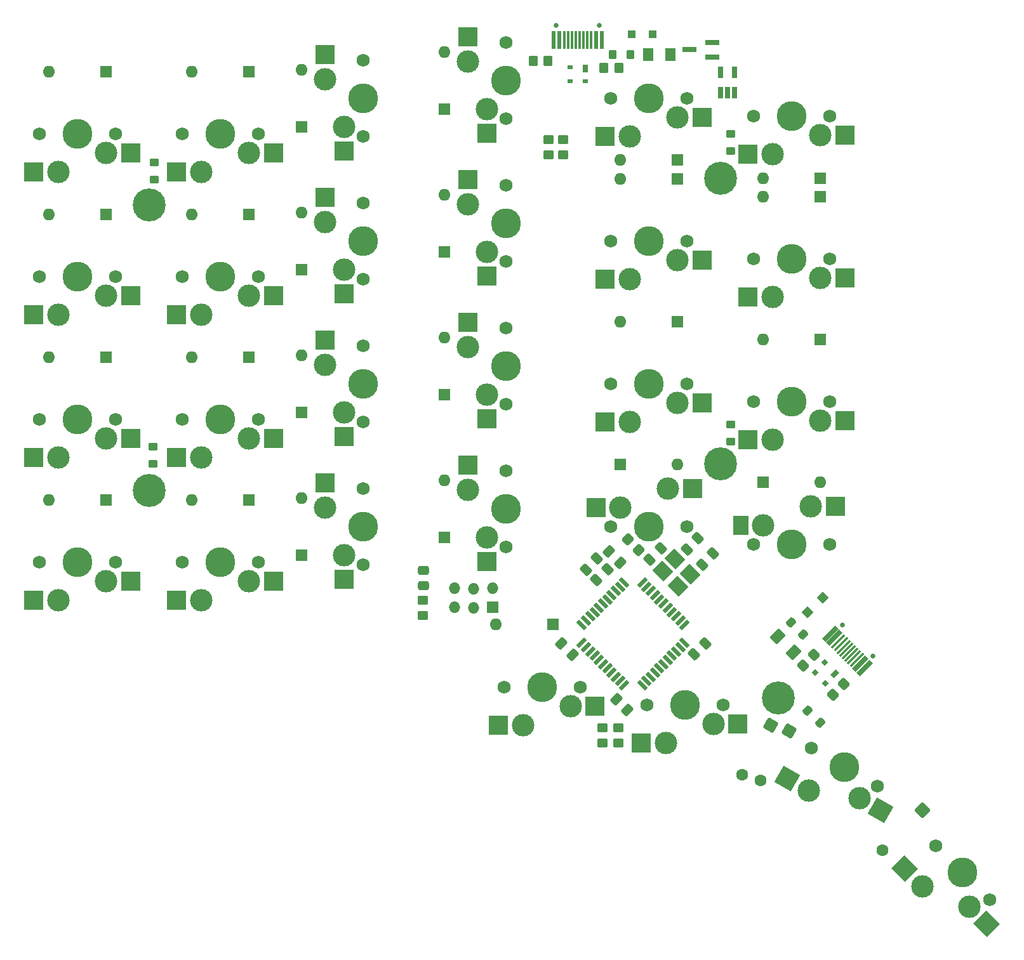
<source format=gbr>
%TF.GenerationSoftware,KiCad,Pcbnew,(6.0.7)*%
%TF.CreationDate,2022-09-06T15:04:57+03:00*%
%TF.ProjectId,retina-left,72657469-6e61-42d6-9c65-66742e6b6963,1.0*%
%TF.SameCoordinates,Original*%
%TF.FileFunction,Soldermask,Bot*%
%TF.FilePolarity,Negative*%
%FSLAX46Y46*%
G04 Gerber Fmt 4.6, Leading zero omitted, Abs format (unit mm)*
G04 Created by KiCad (PCBNEW (6.0.7)) date 2022-09-06 15:04:57*
%MOMM*%
%LPD*%
G01*
G04 APERTURE LIST*
G04 Aperture macros list*
%AMRoundRect*
0 Rectangle with rounded corners*
0 $1 Rounding radius*
0 $2 $3 $4 $5 $6 $7 $8 $9 X,Y pos of 4 corners*
0 Add a 4 corners polygon primitive as box body*
4,1,4,$2,$3,$4,$5,$6,$7,$8,$9,$2,$3,0*
0 Add four circle primitives for the rounded corners*
1,1,$1+$1,$2,$3*
1,1,$1+$1,$4,$5*
1,1,$1+$1,$6,$7*
1,1,$1+$1,$8,$9*
0 Add four rect primitives between the rounded corners*
20,1,$1+$1,$2,$3,$4,$5,0*
20,1,$1+$1,$4,$5,$6,$7,0*
20,1,$1+$1,$6,$7,$8,$9,0*
20,1,$1+$1,$8,$9,$2,$3,0*%
%AMHorizOval*
0 Thick line with rounded ends*
0 $1 width*
0 $2 $3 position (X,Y) of the first rounded end (center of the circle)*
0 $4 $5 position (X,Y) of the second rounded end (center of the circle)*
0 Add line between two ends*
20,1,$1,$2,$3,$4,$5,0*
0 Add two circle primitives to create the rounded ends*
1,1,$1,$2,$3*
1,1,$1,$4,$5*%
%AMRotRect*
0 Rectangle, with rotation*
0 The origin of the aperture is its center*
0 $1 length*
0 $2 width*
0 $3 Rotation angle, in degrees counterclockwise*
0 Add horizontal line*
21,1,$1,$2,0,0,$3*%
G04 Aperture macros list end*
%ADD10C,3.000000*%
%ADD11C,1.750000*%
%ADD12C,3.987800*%
%ADD13RotRect,2.550000X2.500000X150.000000*%
%ADD14R,2.550000X2.500000*%
%ADD15R,2.500000X2.550000*%
%ADD16RotRect,2.550000X2.500000X135.000000*%
%ADD17R,2.050000X2.500000*%
%ADD18R,1.524000X1.524000*%
%ADD19O,1.524000X1.524000*%
%ADD20RoundRect,0.250000X0.350000X0.450000X-0.350000X0.450000X-0.350000X-0.450000X0.350000X-0.450000X0*%
%ADD21RoundRect,0.250000X-0.441942X-0.053033X-0.053033X-0.441942X0.441942X0.053033X0.053033X0.441942X0*%
%ADD22RoundRect,0.250000X-0.097227X0.574524X-0.574524X0.097227X0.097227X-0.574524X0.574524X-0.097227X0*%
%ADD23C,0.700000*%
%ADD24C,4.400000*%
%ADD25RoundRect,0.240000X0.560000X-0.560000X0.560000X0.560000X-0.560000X0.560000X-0.560000X-0.560000X0*%
%ADD26O,1.600000X1.600000*%
%ADD27R,0.700000X1.000000*%
%ADD28R,0.700000X0.600000*%
%ADD29RoundRect,0.240000X0.560000X0.560000X-0.560000X0.560000X-0.560000X-0.560000X0.560000X-0.560000X0*%
%ADD30RoundRect,0.250000X0.565685X0.070711X0.070711X0.565685X-0.565685X-0.070711X-0.070711X-0.565685X0*%
%ADD31R,0.650000X1.560000*%
%ADD32RoundRect,0.250001X-0.462499X-0.624999X0.462499X-0.624999X0.462499X0.624999X-0.462499X0.624999X0*%
%ADD33RoundRect,0.250000X-0.350000X0.275000X-0.350000X-0.275000X0.350000X-0.275000X0.350000X0.275000X0*%
%ADD34RoundRect,0.240000X-0.204974X0.764974X-0.764974X-0.204974X0.204974X-0.764974X0.764974X0.204974X0*%
%ADD35HorizOval,1.600000X0.000000X0.000000X0.000000X0.000000X0*%
%ADD36RoundRect,0.250000X0.450000X-0.350000X0.450000X0.350000X-0.450000X0.350000X-0.450000X-0.350000X0*%
%ADD37RoundRect,0.250000X-0.450000X0.350000X-0.450000X-0.350000X0.450000X-0.350000X0.450000X0.350000X0*%
%ADD38RotRect,1.500000X0.550000X315.000000*%
%ADD39RotRect,1.500000X0.550000X225.000000*%
%ADD40C,0.650000*%
%ADD41RotRect,0.600000X2.450000X315.000000*%
%ADD42RotRect,0.300000X2.450000X315.000000*%
%ADD43RoundRect,0.250000X0.574524X0.097227X0.097227X0.574524X-0.574524X-0.097227X-0.097227X-0.574524X0*%
%ADD44RoundRect,0.250000X-0.574524X-0.097227X-0.097227X-0.574524X0.574524X0.097227X0.097227X0.574524X0*%
%ADD45RoundRect,0.250000X0.070711X-0.565685X0.565685X-0.070711X-0.070711X0.565685X-0.565685X0.070711X0*%
%ADD46RoundRect,0.240000X-0.560000X-0.560000X0.560000X-0.560000X0.560000X0.560000X-0.560000X0.560000X0*%
%ADD47R,1.900000X0.800000*%
%ADD48RoundRect,0.250000X-0.350000X-0.450000X0.350000X-0.450000X0.350000X0.450000X-0.350000X0.450000X0*%
%ADD49RoundRect,0.250000X0.097227X-0.574524X0.574524X-0.097227X-0.097227X0.574524X-0.574524X0.097227X0*%
%ADD50RoundRect,0.250000X-0.070711X0.565685X-0.565685X0.070711X0.070711X-0.565685X0.565685X-0.070711X0*%
%ADD51RoundRect,0.250000X-0.475000X0.337500X-0.475000X-0.337500X0.475000X-0.337500X0.475000X0.337500X0*%
%ADD52RoundRect,0.250001X-0.768977X-0.114905X-0.114905X-0.768977X0.768977X0.114905X0.114905X0.768977X0*%
%ADD53RoundRect,0.250000X0.275000X0.350000X-0.275000X0.350000X-0.275000X-0.350000X0.275000X-0.350000X0*%
%ADD54RoundRect,0.250000X0.441942X0.053033X0.053033X0.441942X-0.441942X-0.053033X-0.053033X-0.441942X0*%
%ADD55RotRect,1.100000X1.100000X225.000000*%
%ADD56RotRect,0.700000X1.000000X135.000000*%
%ADD57RotRect,0.700000X0.600000X135.000000*%
%ADD58R,0.600000X2.450000*%
%ADD59R,0.300000X2.450000*%
%ADD60R,1.100000X1.100000*%
%ADD61RotRect,2.100000X1.800000X135.000000*%
%ADD62RoundRect,0.240000X0.000000X0.791960X-0.791960X0.000000X0.000000X-0.791960X0.791960X0.000000X0*%
%ADD63HorizOval,1.600000X0.000000X0.000000X0.000000X0.000000X0*%
G04 APERTURE END LIST*
D10*
%TO.C,MX23*%
X206076640Y-161929656D03*
D11*
X215215754Y-161340247D03*
X206416936Y-156260247D03*
D12*
X210816345Y-158800247D03*
D10*
X212845902Y-162904952D03*
D13*
X215682135Y-164542452D03*
X203217025Y-160278656D03*
%TD*%
D10*
%TO.C,MX26*%
X201295279Y-115093699D03*
D11*
X208915279Y-110013699D03*
X198755279Y-110013699D03*
D12*
X203835279Y-110013699D03*
D10*
X207645279Y-112553699D03*
D14*
X210920279Y-112553699D03*
X197993279Y-115093699D03*
%TD*%
D11*
%TO.C,MX9*%
X146685000Y-64452500D03*
D10*
X141605000Y-66992500D03*
D12*
X146685000Y-69532500D03*
D10*
X144145000Y-73342500D03*
D11*
X146685000Y-74612500D03*
D15*
X144145000Y-76617500D03*
X141605000Y-63690500D03*
%TD*%
D10*
%TO.C,MX12*%
X144145000Y-130492500D03*
D11*
X146685000Y-121602500D03*
X146685000Y-131762500D03*
D12*
X146685000Y-126682500D03*
D10*
X141605000Y-124142500D03*
D15*
X144145000Y-133767500D03*
X141605000Y-120840500D03*
%TD*%
D12*
%TO.C,MX17*%
X165735330Y-124301199D03*
D11*
X165735330Y-119221199D03*
X165735330Y-129381199D03*
D10*
X160655330Y-121761199D03*
X163195330Y-128111199D03*
D15*
X163195330Y-131386199D03*
X160655330Y-118459199D03*
%TD*%
D11*
%TO.C,MX2*%
X113665000Y-93345000D03*
D10*
X112395000Y-95885000D03*
D12*
X108585000Y-93345000D03*
D10*
X106045000Y-98425000D03*
D11*
X103505000Y-93345000D03*
D14*
X115670000Y-95885000D03*
X102743000Y-98425000D03*
%TD*%
D12*
%TO.C,MX28*%
X226582545Y-172889563D03*
D11*
X230174647Y-176481665D03*
D10*
X227480571Y-177379691D03*
D11*
X222990443Y-169297461D03*
D10*
X221194391Y-174685614D03*
D16*
X229796345Y-179695466D03*
X218859525Y-172350748D03*
%TD*%
D10*
%TO.C,MX22*%
X180975000Y-124142500D03*
D11*
X189865000Y-126682500D03*
D10*
X187325000Y-121602500D03*
D11*
X179705000Y-126682500D03*
D12*
X184785000Y-126682500D03*
D14*
X177700000Y-124142500D03*
X190627000Y-121602500D03*
%TD*%
D11*
%TO.C,MX18*%
X184465298Y-150494930D03*
D10*
X187005298Y-155574930D03*
D11*
X194625298Y-150494930D03*
D10*
X193355298Y-153034930D03*
D12*
X189545298Y-150494930D03*
D14*
X196630298Y-153034930D03*
X183703298Y-155574930D03*
%TD*%
D11*
%TO.C,MX11*%
X146685000Y-102552500D03*
D10*
X144145000Y-111442500D03*
X141605000Y-105092500D03*
D12*
X146685000Y-107632500D03*
D11*
X146685000Y-112712500D03*
D15*
X144145000Y-114717500D03*
X141605000Y-101790500D03*
%TD*%
D12*
%TO.C,MX10*%
X146685000Y-88582500D03*
D11*
X146685000Y-93662500D03*
X146685000Y-83502500D03*
D10*
X144145000Y-92392500D03*
X141605000Y-86042500D03*
D15*
X144145000Y-95667500D03*
X141605000Y-82740500D03*
%TD*%
D11*
%TO.C,MX3*%
X103505000Y-112395000D03*
D12*
X108585000Y-112395000D03*
D11*
X113665000Y-112395000D03*
D10*
X106045000Y-117475000D03*
X112395000Y-114935000D03*
D14*
X115670000Y-114935000D03*
X102743000Y-117475000D03*
%TD*%
D11*
%TO.C,MX4*%
X113665000Y-131445000D03*
D10*
X112395000Y-133985000D03*
D12*
X108585000Y-131445000D03*
D11*
X103505000Y-131445000D03*
D10*
X106045000Y-136525000D03*
D14*
X115670000Y-133985000D03*
X102743000Y-136525000D03*
%TD*%
D12*
%TO.C,MX16*%
X165735330Y-105251199D03*
D11*
X165735330Y-100171199D03*
D10*
X160655330Y-102711199D03*
X163195330Y-109061199D03*
D11*
X165735330Y-110331199D03*
D15*
X163195330Y-112336199D03*
X160655330Y-99409199D03*
%TD*%
D10*
%TO.C,MX13*%
X167955314Y-153193682D03*
D11*
X175575314Y-148113682D03*
D10*
X174305314Y-150653682D03*
D11*
X165415314Y-148113682D03*
D12*
X170495314Y-148113682D03*
D14*
X177580314Y-150653682D03*
X164653314Y-153193682D03*
%TD*%
D10*
%TO.C,MX7*%
X125095000Y-117475000D03*
D11*
X122555000Y-112395000D03*
D12*
X127635000Y-112395000D03*
D10*
X131445000Y-114935000D03*
D11*
X132715000Y-112395000D03*
D14*
X134720000Y-114935000D03*
X121793000Y-117475000D03*
%TD*%
D12*
%TO.C,MX21*%
X184785000Y-107632500D03*
D10*
X188595000Y-110172500D03*
D11*
X179705000Y-107632500D03*
X189865000Y-107632500D03*
D10*
X182245000Y-112712500D03*
D14*
X191870000Y-110172500D03*
X178943000Y-112712500D03*
%TD*%
D11*
%TO.C,MX24*%
X208915290Y-71913742D03*
D10*
X201295290Y-76993742D03*
X207645290Y-74453742D03*
D12*
X203835290Y-71913742D03*
D11*
X198755290Y-71913742D03*
D14*
X210920290Y-74453742D03*
X197993290Y-76993742D03*
%TD*%
D12*
%TO.C,MX8*%
X127635000Y-131445000D03*
D11*
X122555000Y-131445000D03*
D10*
X131445000Y-133985000D03*
D11*
X132715000Y-131445000D03*
D10*
X125095000Y-136525000D03*
D14*
X134720000Y-133985000D03*
X121793000Y-136525000D03*
%TD*%
D10*
%TO.C,MX19*%
X182245000Y-74612500D03*
D11*
X189865000Y-69532500D03*
D10*
X188595000Y-72072500D03*
D12*
X184785000Y-69532500D03*
D11*
X179705000Y-69532500D03*
D14*
X191870000Y-72072500D03*
X178943000Y-74612500D03*
%TD*%
D11*
%TO.C,MX14*%
X165735330Y-62071250D03*
D10*
X163195330Y-70961250D03*
X160655330Y-64611250D03*
D11*
X165735330Y-72231250D03*
D12*
X165735330Y-67151250D03*
D15*
X163195330Y-74236250D03*
X160655330Y-61309250D03*
%TD*%
D11*
%TO.C,MX6*%
X122555000Y-93345000D03*
D10*
X131445000Y-95885000D03*
X125095000Y-98425000D03*
D11*
X132715000Y-93345000D03*
D12*
X127635000Y-93345000D03*
D14*
X134720000Y-95885000D03*
X121793000Y-98425000D03*
%TD*%
D11*
%TO.C,MX15*%
X165735330Y-91281225D03*
D10*
X163195330Y-90011225D03*
X160655330Y-83661225D03*
D12*
X165735330Y-86201225D03*
D11*
X165735330Y-81121225D03*
D15*
X163195330Y-93286225D03*
X160655330Y-80359225D03*
%TD*%
D11*
%TO.C,MX5*%
X132715000Y-74295000D03*
D10*
X125095000Y-79375000D03*
D11*
X122555000Y-74295000D03*
D10*
X131445000Y-76835000D03*
D12*
X127635000Y-74295000D03*
D14*
X134720000Y-76835000D03*
X121793000Y-79375000D03*
%TD*%
D11*
%TO.C,MX25*%
X198755290Y-90963727D03*
D10*
X201295290Y-96043727D03*
D11*
X208915290Y-90963727D03*
D12*
X203835290Y-90963727D03*
D10*
X207645290Y-93503727D03*
D14*
X210920290Y-93503727D03*
X197993290Y-96043727D03*
%TD*%
D11*
%TO.C,MX1*%
X113665000Y-74295000D03*
D12*
X108585000Y-74295000D03*
D11*
X103505000Y-74295000D03*
D10*
X112395000Y-76835000D03*
X106045000Y-79375000D03*
D14*
X115670000Y-76835000D03*
X102743000Y-79375000D03*
%TD*%
D12*
%TO.C,MX20*%
X184785000Y-88582500D03*
D10*
X182245000Y-93662500D03*
D11*
X189865000Y-88582500D03*
X179705000Y-88582500D03*
D10*
X188595000Y-91122500D03*
D14*
X191870000Y-91122500D03*
X178943000Y-93662500D03*
%TD*%
D12*
%TO.C,MX27*%
X203835279Y-129063699D03*
D10*
X200025279Y-126523699D03*
D11*
X198755279Y-129063699D03*
X208915279Y-129063699D03*
D10*
X206375279Y-123983699D03*
D17*
X197000279Y-126523699D03*
D14*
X209677279Y-123983699D03*
%TD*%
D18*
%TO.C,J1*%
X163931600Y-137433050D03*
D19*
X163931600Y-134893050D03*
X161391600Y-137560050D03*
X161391600Y-135020050D03*
X158851600Y-137433050D03*
X158851600Y-134893050D03*
%TD*%
D20*
%TO.C,R5*%
X171307000Y-64560450D03*
X169307000Y-64560450D03*
%TD*%
D21*
%TO.C,L3*%
X203688577Y-139509127D03*
X205314923Y-141135473D03*
%TD*%
D22*
%TO.C,C4*%
X179213073Y-132349677D03*
X177745827Y-133816923D03*
%TD*%
D23*
%TO.C,H5*%
X200858524Y-148394824D03*
X203191976Y-150728276D03*
X200375250Y-149561550D03*
D24*
X202025250Y-149561550D03*
D23*
X203191976Y-148394824D03*
X202025250Y-151211550D03*
X200858524Y-150728276D03*
X202025250Y-147911550D03*
X203675250Y-149561550D03*
%TD*%
D25*
%TO.C,D16*%
X157460330Y-109061199D03*
D26*
X157460330Y-101441199D03*
%TD*%
D27*
%TO.C,TVS1*%
X176259973Y-65601139D03*
D28*
X176259975Y-67301150D03*
X174259975Y-67301150D03*
X174259977Y-65401139D03*
%TD*%
D29*
%TO.C,D8*%
X131445000Y-123170000D03*
D26*
X123825000Y-123170000D03*
%TD*%
D25*
%TO.C,D17*%
X157460330Y-128111199D03*
D26*
X157460330Y-120491199D03*
%TD*%
D30*
%TO.C,R3*%
X183358507Y-129808957D03*
X181944293Y-128394743D03*
%TD*%
D23*
%TO.C,H3*%
X194309991Y-119998136D03*
X194309991Y-116698136D03*
X195476717Y-117181410D03*
X195476717Y-119514862D03*
X193143265Y-119514862D03*
X193143265Y-117181410D03*
D24*
X194309991Y-118348136D03*
D23*
X195959991Y-118348136D03*
X192659991Y-118348136D03*
%TD*%
D31*
%TO.C,U2*%
X196212500Y-68806050D03*
X195262500Y-68806050D03*
X194312500Y-68806050D03*
X194312500Y-66106050D03*
X196212500Y-66106050D03*
%TD*%
D25*
%TO.C,D14*%
X157460330Y-70961250D03*
D26*
X157460330Y-63341250D03*
%TD*%
D32*
%TO.C,F1*%
X184688150Y-63741300D03*
X187663150Y-63741300D03*
%TD*%
D22*
%TO.C,C1*%
X186318723Y-129606477D03*
X184851477Y-131073723D03*
%TD*%
D29*
%TO.C,D5*%
X131445000Y-66020000D03*
D26*
X123825000Y-66020000D03*
%TD*%
D29*
%TO.C,D26*%
X207645290Y-101738699D03*
D26*
X200025290Y-101738699D03*
%TD*%
D33*
%TO.C,L1*%
X118776750Y-78117050D03*
X118776750Y-80417050D03*
%TD*%
D34*
%TO.C,D23*%
X203454000Y-153977243D03*
D35*
X199644000Y-160576357D03*
%TD*%
D29*
%TO.C,D6*%
X131445000Y-85070000D03*
D26*
X123825000Y-85070000D03*
%TD*%
D22*
%TO.C,C3*%
X191252673Y-128253927D03*
X189785427Y-129721173D03*
%TD*%
D25*
%TO.C,D15*%
X157460330Y-90011225D03*
D26*
X157460330Y-82391225D03*
%TD*%
D29*
%TO.C,D3*%
X112395000Y-104120000D03*
D26*
X104775000Y-104120000D03*
%TD*%
D33*
%TO.C,L5*%
X118586250Y-116045600D03*
X118586250Y-118345600D03*
%TD*%
D36*
%TO.C,R10*%
X154628850Y-138560050D03*
X154628850Y-136560050D03*
%TD*%
D23*
%TO.C,H1*%
X119276717Y-82653283D03*
X116943265Y-82653283D03*
D24*
X118109991Y-83820009D03*
D23*
X116459991Y-83820009D03*
X119759991Y-83820009D03*
X116943265Y-84986735D03*
X118109991Y-85470009D03*
X118109991Y-82170009D03*
X119276717Y-84986735D03*
%TD*%
D37*
%TO.C,R1*%
X180705800Y-153571700D03*
X180705800Y-155571700D03*
%TD*%
D25*
%TO.C,D9*%
X138410000Y-73342500D03*
D26*
X138410000Y-65722500D03*
%TD*%
D38*
%TO.C,U1*%
X175809014Y-139806018D03*
X176374700Y-139240333D03*
X176940385Y-138674648D03*
X177506070Y-138108962D03*
X178071756Y-137543277D03*
X178637441Y-136977591D03*
X179203127Y-136411906D03*
X179768812Y-135846220D03*
X180334498Y-135280535D03*
X180900183Y-134714850D03*
X181465868Y-134149164D03*
D39*
X183870032Y-134149164D03*
X184435717Y-134714850D03*
X185001402Y-135280535D03*
X185567088Y-135846220D03*
X186132773Y-136411906D03*
X186698459Y-136977591D03*
X187264144Y-137543277D03*
X187829830Y-138108962D03*
X188395515Y-138674648D03*
X188961200Y-139240333D03*
X189526886Y-139806018D03*
D38*
X189526886Y-142210182D03*
X188961200Y-142775867D03*
X188395515Y-143341552D03*
X187829830Y-143907238D03*
X187264144Y-144472923D03*
X186698459Y-145038609D03*
X186132773Y-145604294D03*
X185567088Y-146169980D03*
X185001402Y-146735665D03*
X184435717Y-147301350D03*
X183870032Y-147867036D03*
D39*
X181465868Y-147867036D03*
X180900183Y-147301350D03*
X180334498Y-146735665D03*
X179768812Y-146169980D03*
X179203127Y-145604294D03*
X178637441Y-145038609D03*
X178071756Y-144472923D03*
X177506070Y-143907238D03*
X176940385Y-143341552D03*
X176374700Y-142775867D03*
X175809014Y-142210182D03*
%TD*%
D40*
%TO.C,USB2*%
X210571370Y-139862741D03*
X214658447Y-143949818D03*
D41*
X208959167Y-141001183D03*
X209507174Y-141549190D03*
D42*
X210002149Y-142044165D03*
X210355702Y-142397719D03*
X210709256Y-142751272D03*
X211062809Y-143104825D03*
X211416363Y-143458379D03*
X211769916Y-143811932D03*
X212123469Y-144165486D03*
X212477023Y-144519039D03*
D41*
X212971998Y-145014014D03*
X213520005Y-145562021D03*
%TD*%
D33*
%TO.C,L7*%
X195662550Y-74307050D03*
X195662550Y-76607050D03*
%TD*%
D43*
%TO.C,C5*%
X181896623Y-151209573D03*
X180429377Y-149742327D03*
%TD*%
D44*
%TO.C,C10*%
X179441277Y-130025577D03*
X180908523Y-131492823D03*
%TD*%
D45*
%TO.C,R8*%
X205337693Y-145220407D03*
X206751907Y-143806193D03*
%TD*%
D22*
%TO.C,C8*%
X192240773Y-142293777D03*
X190773527Y-143761023D03*
%TD*%
D33*
%TO.C,L4*%
X195643500Y-113035700D03*
X195643500Y-115335700D03*
%TD*%
D29*
%TO.C,D7*%
X131445000Y-104120000D03*
D26*
X123825000Y-104120000D03*
%TD*%
D22*
%TO.C,C2*%
X193291023Y-130292277D03*
X191823777Y-131759523D03*
%TD*%
D46*
%TO.C,D22*%
X180975000Y-118407500D03*
D26*
X188595000Y-118407500D03*
%TD*%
D29*
%TO.C,D25*%
X207645290Y-82688727D03*
D26*
X200025290Y-82688727D03*
%TD*%
D44*
%TO.C,C6*%
X173095127Y-142312827D03*
X174562373Y-143780073D03*
%TD*%
D47*
%TO.C,Q1*%
X193200150Y-62124550D03*
X193200150Y-64024550D03*
X190200150Y-63074550D03*
%TD*%
D25*
%TO.C,D11*%
X138410000Y-111442500D03*
D26*
X138410000Y-103822500D03*
%TD*%
D29*
%TO.C,D4*%
X112395000Y-123170000D03*
D26*
X104775000Y-123170000D03*
%TD*%
D25*
%TO.C,D12*%
X138410000Y-130492500D03*
D26*
X138410000Y-122872500D03*
%TD*%
D48*
%TO.C,R4*%
X178755800Y-65493900D03*
X180755800Y-65493900D03*
%TD*%
D34*
%TO.C,D18*%
X201015600Y-153215243D03*
D35*
X197205600Y-159814357D03*
%TD*%
D23*
%TO.C,H4*%
X116943265Y-120753283D03*
X116459991Y-121920009D03*
X116943265Y-123086735D03*
X118109991Y-120270009D03*
X119759991Y-121920009D03*
X119276717Y-120753283D03*
X118109991Y-123570009D03*
X119276717Y-123086735D03*
D24*
X118109991Y-121920009D03*
%TD*%
D29*
%TO.C,D24*%
X207645290Y-80188742D03*
D26*
X200025290Y-80188742D03*
%TD*%
D49*
%TO.C,C7*%
X176374227Y-132426273D03*
X177841473Y-130959027D03*
%TD*%
D50*
%TO.C,R9*%
X210733357Y-147730493D03*
X209319143Y-149144707D03*
%TD*%
D36*
%TO.C,R2*%
X178553150Y-155552650D03*
X178553150Y-153552650D03*
%TD*%
D37*
%TO.C,R6*%
X171373800Y-75047600D03*
X171373800Y-77047600D03*
%TD*%
D51*
%TO.C,C9*%
X154647900Y-132541100D03*
X154647900Y-134616100D03*
%TD*%
D52*
%TO.C,F2*%
X201925929Y-141327879D03*
X204029571Y-143431521D03*
%TD*%
D29*
%TO.C,D21*%
X188595000Y-99357500D03*
D26*
X180975000Y-99357500D03*
%TD*%
D23*
%TO.C,H2*%
X193143265Y-79081410D03*
X195959991Y-80248136D03*
X192659991Y-80248136D03*
X193143265Y-81414862D03*
D24*
X194309991Y-80248136D03*
D23*
X195476717Y-79081410D03*
X194309991Y-78598136D03*
X194309991Y-81898136D03*
X195476717Y-81414862D03*
%TD*%
D53*
%TO.C,L2*%
X182258350Y-63684150D03*
X179958350Y-63684150D03*
%TD*%
D37*
%TO.C,R7*%
X173278799Y-75047601D03*
X173278799Y-77047601D03*
%TD*%
D29*
%TO.C,D19*%
X188595000Y-77807500D03*
D26*
X180975000Y-77807500D03*
%TD*%
D25*
%TO.C,D10*%
X138410000Y-92392500D03*
D26*
X138410000Y-84772500D03*
%TD*%
D29*
%TO.C,D20*%
X188595000Y-80307500D03*
D26*
X180975000Y-80307500D03*
%TD*%
D29*
%TO.C,D1*%
X112395000Y-66020000D03*
D26*
X104775000Y-66020000D03*
%TD*%
D54*
%TO.C,L6*%
X207562823Y-152908373D03*
X205936477Y-151282027D03*
%TD*%
D55*
%TO.C,TVS4*%
X207911049Y-136151001D03*
X205931151Y-138130899D03*
%TD*%
D29*
%TO.C,D13*%
X171923750Y-139769850D03*
D26*
X164303750Y-139769850D03*
%TD*%
D56*
%TO.C,TVS2*%
X209511083Y-146385515D03*
D57*
X208309005Y-147587608D03*
X206894792Y-146173395D03*
X208238288Y-144829884D03*
%TD*%
D46*
%TO.C,D27*%
X200025290Y-120788699D03*
D26*
X207645290Y-120788699D03*
%TD*%
D29*
%TO.C,D2*%
X112395000Y-85070000D03*
D26*
X104775000Y-85070000D03*
%TD*%
D40*
%TO.C,USB1*%
X172369974Y-59801813D03*
X178149974Y-59801813D03*
D58*
X172034974Y-61746813D03*
X172809974Y-61746813D03*
D59*
X173509974Y-61746813D03*
X174009974Y-61746813D03*
X174509974Y-61746813D03*
X175009974Y-61746813D03*
X175509974Y-61746813D03*
X176009974Y-61746813D03*
X176509974Y-61746813D03*
X177009974Y-61746813D03*
D58*
X177709974Y-61746813D03*
X178484974Y-61746813D03*
%TD*%
D60*
%TO.C,TVS3*%
X182470600Y-61017150D03*
X185270600Y-61017150D03*
%TD*%
D61*
%TO.C,Y1*%
X188654732Y-134674128D03*
X186604122Y-132623518D03*
X188230468Y-130997172D03*
X190281078Y-133047782D03*
%TD*%
D62*
%TO.C,D28*%
X221273777Y-164526823D03*
D63*
X215885623Y-169914977D03*
%TD*%
M02*

</source>
